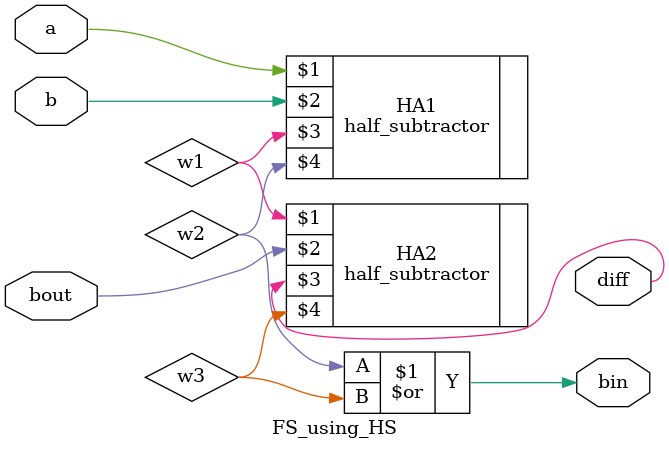
<source format=v>
module FS_using_HS(input a,
                   input b,
				   input bout,
				   output diff,
				   output bin);
		
      wire w1,w2,w3;		
				   
	 half_subtractor HA1(a,b,w1,w2);
	 half_subtractor HA2(w1,bout,diff,w3);
	 
	 assign bin= w2|w3;

endmodule
			
</source>
